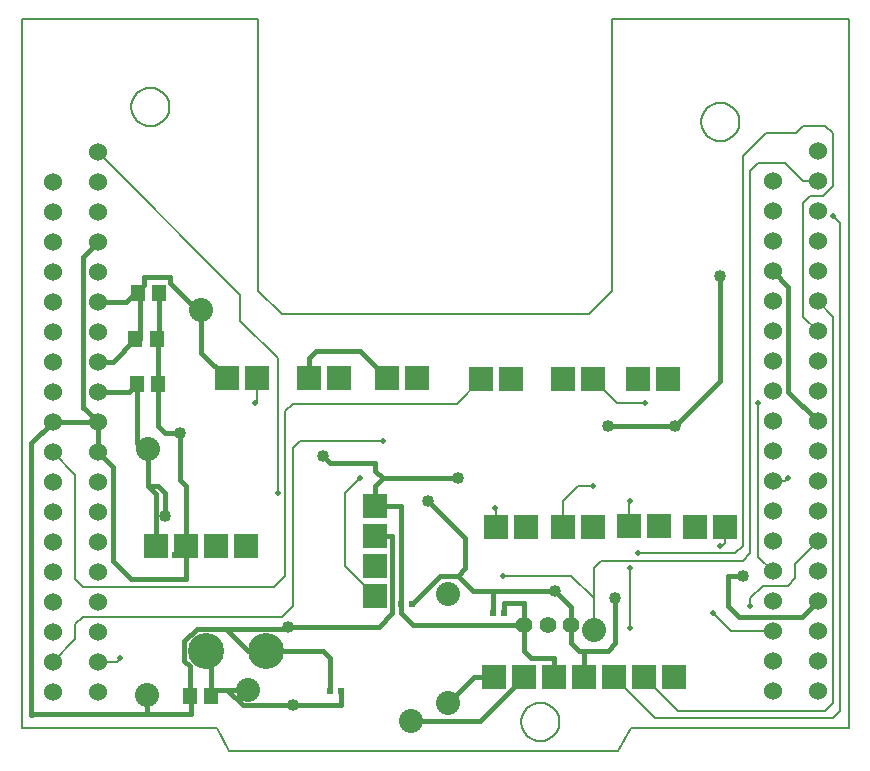
<source format=gbr>
G04 PROTEUS GERBER X2 FILE*
%TF.GenerationSoftware,Labcenter,Proteus,8.12-SP0-Build30713*%
%TF.CreationDate,2021-08-06T04:24:26+00:00*%
%TF.FileFunction,Copper,L2,Bot*%
%TF.FilePolarity,Positive*%
%TF.Part,Single*%
%TF.SameCoordinates,{793229e0-97f6-4af7-a571-5be770182b8e}*%
%FSLAX45Y45*%
%MOMM*%
G01*
%TA.AperFunction,Conductor*%
%ADD10C,0.381000*%
%ADD11C,0.203200*%
%TA.AperFunction,ViaPad*%
%ADD12C,1.016000*%
%ADD13C,0.508000*%
%TA.AperFunction,ComponentPad*%
%ADD15C,1.524000*%
%TA.AperFunction,ComponentPad*%
%ADD16C,2.032000*%
%TA.AperFunction,SMDPad,CuDef*%
%ADD25R,1.143000X1.447800*%
%TA.AperFunction,ComponentPad*%
%ADD17C,3.048000*%
%TA.AperFunction,ComponentPad*%
%ADD71R,2.032000X2.032000*%
%TA.AperFunction,SMDPad,CuDef*%
%ADD26R,0.609600X0.609600*%
%TA.AperFunction,WasherPad*%
%ADD23C,1.397000*%
%TA.AperFunction,Profile*%
%ADD24C,0.203200*%
%TD.AperFunction*%
D10*
X+2291905Y+192055D02*
X+2700000Y+192055D01*
X+2700000Y+310000D01*
X+2291905Y+192055D02*
X+1867945Y+192055D01*
X+1740000Y+320000D01*
X+1600000Y+270000D02*
X+1650000Y+320000D01*
X+1740000Y+320000D01*
X+1910000Y+320000D01*
X+1600000Y+270000D02*
X+1600000Y+507969D01*
X+1546939Y+561030D01*
X+1560000Y+650000D01*
X+1520000Y+3540000D02*
X+1520000Y+3176000D01*
X+1736000Y+2960000D01*
X+980000Y+3680000D02*
X+998101Y+3680000D01*
X+998101Y+3290000D01*
X+960000Y+3290000D01*
X+2430000Y+2960000D02*
X+2430000Y+3127000D01*
X+2493500Y+3190500D01*
X+2859500Y+3190500D01*
X+3090000Y+2960000D01*
X+980000Y+3680000D02*
X+922850Y+3646594D01*
X+882256Y+3606000D01*
X+769500Y+3606000D01*
X+980000Y+3680000D02*
X+1033587Y+3752390D01*
X+1037633Y+3756436D01*
X+1037633Y+3815735D01*
X+1042575Y+3820677D01*
X+1255065Y+3820677D01*
X+1255065Y+3766465D01*
X+1481530Y+3540000D01*
X+1520000Y+3540000D01*
X+960000Y+3290000D02*
X+768000Y+3098000D01*
X+641000Y+3098000D01*
X+769500Y+3606000D02*
X+641000Y+3606000D01*
X+1214000Y+1793500D02*
X+1214000Y+1984000D01*
X+1150500Y+2047500D01*
X+1070000Y+2047500D01*
X+1138000Y+1540000D02*
X+1138000Y+1979500D01*
X+1070000Y+2047500D01*
X+2992000Y+2238000D02*
X+2611000Y+2238000D01*
X+2547500Y+2301500D01*
X+1070000Y+2360000D02*
X+1070000Y+2047500D01*
X+3055500Y+2111000D02*
X+3690500Y+2111000D01*
X+2992000Y+2238000D02*
X+2992000Y+2174500D01*
X+3055500Y+2111000D01*
X+2992000Y+1880000D02*
X+2992000Y+2047500D01*
X+3055500Y+2111000D01*
X+3210000Y+1050000D02*
X+3210000Y+968000D01*
X+3308000Y+870000D01*
X+4250000Y+870000D01*
X+2992000Y+1880000D02*
X+3210000Y+1880000D01*
X+3210000Y+1050000D01*
X+4250000Y+870000D02*
X+4250000Y+650500D01*
X+4313500Y+587000D01*
X+4504000Y+587000D01*
X+4504000Y+430000D01*
X+4250000Y+870000D02*
X+4250000Y+1054090D01*
X+4080000Y+1054090D01*
X+4080000Y+970000D01*
X+970000Y+2910000D02*
X+970000Y+2415467D01*
X+1058993Y+2326474D01*
X+1070000Y+2360000D01*
X+970000Y+2910000D02*
X+904000Y+2844000D01*
X+641000Y+2844000D01*
X+4650000Y+870000D02*
X+4650000Y+714000D01*
X+4713500Y+650500D01*
X+4758000Y+650500D01*
X+5024000Y+1095000D02*
X+5024000Y+714000D01*
X+4960500Y+650500D01*
X+4758000Y+650500D01*
X+2992000Y+1626000D02*
X+3136560Y+1626000D01*
X+3136560Y+968000D01*
X+3019498Y+850938D01*
X+2252372Y+850938D01*
X+3690500Y+1285500D02*
X+3535500Y+1285500D01*
X+3300000Y+1050000D01*
X+4650000Y+870000D02*
X+4650000Y+1024500D01*
X+4516000Y+1158500D01*
X+4758000Y+650500D02*
X+4758000Y+430000D01*
X+2547500Y+650000D02*
X+2610000Y+587500D01*
X+2610000Y+310000D01*
X+3690500Y+1285500D02*
X+3754000Y+1349000D01*
X+4008000Y+1158500D02*
X+3817500Y+1158500D01*
X+3690500Y+1285500D01*
X+6484500Y+3444500D02*
X+6484500Y+2846500D01*
X+6737000Y+2594000D01*
X+641000Y+2590000D02*
X+522890Y+2708110D01*
X+515500Y+2708110D01*
X+515500Y+3988500D01*
X+641000Y+4114000D01*
X+2068000Y+650000D02*
X+2547500Y+650000D01*
X+1392000Y+1540000D02*
X+1392000Y+2047500D01*
X+1341000Y+2098500D01*
X+1341000Y+2492000D01*
X+5976500Y+1222000D02*
X+5976500Y+1031500D01*
X+6068810Y+939190D01*
X+6606190Y+939190D01*
X+6737000Y+1070000D01*
X+5532000Y+2555500D02*
X+5913000Y+2936500D01*
X+5913000Y+3825500D01*
X+1214000Y+2492000D02*
X+1341000Y+2492000D01*
X+6356000Y+3864000D02*
X+6484500Y+3735500D01*
X+6484500Y+3444500D01*
X+1150000Y+2910000D02*
X+1150000Y+2556000D01*
X+1214000Y+2492000D01*
X+1059999Y+120000D02*
X+1059999Y+279999D01*
X+1060000Y+280000D01*
X+4008000Y+1158500D02*
X+3990000Y+1140500D01*
X+3990000Y+970000D01*
X+5532000Y+2555500D02*
X+4960500Y+2555500D01*
X+260000Y+2590000D02*
X+515500Y+2590000D01*
X+641000Y+2590000D02*
X+641000Y+2336000D01*
X+641000Y+2590000D02*
X+515500Y+2590000D01*
X+5976500Y+1285500D02*
X+5976500Y+1222000D01*
X+6103500Y+1285500D02*
X+5976500Y+1285500D01*
X+4008000Y+1158500D02*
X+4516000Y+1158500D01*
X+3436500Y+1920500D02*
X+3754000Y+1603000D01*
X+3754000Y+1349000D01*
X+1060000Y+120000D02*
X+1059999Y+120000D01*
X+1420000Y+270000D02*
X+1430000Y+260000D01*
X+1430000Y+120000D01*
X+1060001Y+120000D01*
X+1060000Y+120000D02*
X+1060001Y+120000D01*
X+260000Y+2590000D02*
X+80000Y+2410000D01*
X+80000Y+109999D01*
X+122763Y+120000D01*
X+1059999Y+120000D01*
X+1420000Y+270000D02*
X+1420000Y+520000D01*
X+1370841Y+569159D01*
X+1370841Y+730846D01*
X+1479142Y+839147D01*
X+1728394Y+839147D01*
X+2252372Y+850938D02*
X+2240581Y+839147D01*
X+1728394Y+839147D01*
X+1873770Y+693770D01*
X+2068000Y+650000D02*
X+1915600Y+651941D01*
X+1873771Y+693770D01*
X+1873770Y+693770D02*
X+1873771Y+693770D01*
X+1140000Y+3290000D02*
X+1150000Y+3280000D01*
X+1150000Y+3030000D01*
X+1150000Y+2910000D02*
X+1150000Y+3030000D01*
X+1140000Y+3290000D02*
X+1160000Y+3310000D01*
X+1160000Y+3680000D01*
D11*
X+5913000Y+1539500D02*
X+5928600Y+1539500D01*
X+5954000Y+1564900D01*
X+5954000Y+1700000D01*
X+4008000Y+1857000D02*
X+4010000Y+1855000D01*
X+4010000Y+1700000D01*
X+4833500Y+2047500D02*
X+4706500Y+2047500D01*
X+4580000Y+1921000D01*
X+4580000Y+1700000D01*
X+5151000Y+1920500D02*
X+5140000Y+1909500D01*
X+5140000Y+1710000D01*
D10*
X+3290000Y+60000D02*
X+3881158Y+60000D01*
X+4250000Y+428842D01*
X+4250000Y+430000D01*
X+3610000Y+210000D02*
X+3830000Y+430000D01*
X+3996000Y+430000D01*
D11*
X+5849500Y+968000D02*
X+6001500Y+816000D01*
X+6356000Y+816000D01*
X+5266000Y+430000D02*
X+5553500Y+142500D01*
X+6802000Y+142500D01*
X+6865500Y+206000D01*
X+6865500Y+3481500D01*
X+6737000Y+3610000D01*
X+5151000Y+841000D02*
X+5151000Y+1349000D01*
X+6484500Y+2111000D02*
X+6484100Y+2111000D01*
X+6459100Y+2086000D01*
X+6356000Y+2086000D01*
X+6167000Y+1031500D02*
X+6167000Y+1095000D01*
X+6272810Y+1200810D01*
X+6484500Y+1200810D01*
X+6548000Y+1264310D01*
X+6548000Y+1389000D01*
X+6737000Y+1578000D01*
X+6230500Y+2746000D02*
X+6230500Y+1449500D01*
X+6356000Y+1324000D01*
X+4834000Y+2950000D02*
X+5038000Y+2746000D01*
X+5278000Y+2746000D01*
X+3890000Y+2950000D02*
X+3682273Y+2742273D01*
X+2293500Y+2742273D01*
X+2230000Y+2678773D01*
X+2230000Y+1285500D01*
X+2137500Y+1193000D01*
X+515500Y+1193000D01*
X+452000Y+1256500D01*
X+452000Y+2144000D01*
X+260000Y+2336000D01*
X+6865500Y+4333500D02*
X+6929000Y+4270000D01*
X+6929000Y+142500D01*
X+6865500Y+79000D01*
X+5363000Y+79000D01*
X+5012000Y+430000D01*
X+1976000Y+2746000D02*
X+1990000Y+2760000D01*
X+1990000Y+2960000D01*
X+833000Y+587000D02*
X+804000Y+558000D01*
X+641000Y+558000D01*
X+2166500Y+1984000D02*
X+2166500Y+3127000D01*
X+1849000Y+3444500D01*
X+1849000Y+3668000D01*
X+641000Y+4876000D01*
X+3055500Y+2428500D02*
X+2357000Y+2428500D01*
X+2293500Y+2365000D01*
X+2293500Y+1031500D01*
X+2201000Y+939000D01*
X+515500Y+939000D01*
X+452000Y+875500D01*
X+452000Y+750000D01*
X+260000Y+558000D01*
X+4840000Y+1095000D02*
X+4840000Y+1349000D01*
X+4903500Y+1412500D01*
X+6103500Y+1412500D01*
X+6167000Y+1476000D01*
X+6167000Y+4714500D01*
X+6230500Y+4778000D01*
X+6459500Y+4778000D01*
X+6611500Y+4626000D01*
X+6737000Y+4626000D01*
X+4071500Y+1285500D02*
X+4649500Y+1285500D01*
X+4840000Y+1095000D01*
X+4840000Y+830000D01*
X+2992000Y+1118000D02*
X+2738000Y+1372000D01*
X+2738000Y+1984000D01*
X+2865000Y+2111000D01*
X+5214500Y+1476000D02*
X+6040000Y+1476000D01*
X+6103500Y+1539500D01*
X+6103500Y+4841500D01*
X+6302000Y+5040000D01*
X+6556000Y+5040000D01*
X+6611500Y+5095500D01*
X+6802000Y+5095500D01*
X+6865500Y+5032000D01*
X+6865500Y+4587500D01*
X+6780810Y+4502810D01*
X+6675000Y+4502810D01*
X+6611500Y+4439310D01*
X+6611500Y+3481500D01*
X+6737000Y+3356000D01*
D10*
X+641000Y+2336000D02*
X+769500Y+2207500D01*
X+769500Y+1412500D01*
X+922000Y+1260000D01*
X+1392000Y+1260000D01*
X+1392000Y+1540000D01*
X+1210000Y+1460000D02*
X+1133525Y+1536475D01*
X+1120946Y+1536475D01*
X+1138000Y+1540000D01*
X+1300000Y+1460000D02*
X+1312000Y+1460000D01*
X+1392000Y+1540000D01*
D12*
X+2291905Y+192055D03*
X+2547500Y+2301500D03*
X+1214000Y+1793500D03*
X+3690500Y+2111000D03*
X+5024000Y+1095000D03*
X+5913000Y+3825500D03*
X+1341000Y+2492000D03*
X+4960500Y+2555500D03*
X+4516000Y+1158500D03*
X+3436500Y+1920500D03*
X+6103500Y+1285500D03*
X+5532000Y+2555500D03*
X+2252372Y+850938D03*
D13*
X+5913000Y+1539500D03*
X+4008000Y+1857000D03*
X+4833500Y+2047500D03*
X+5151000Y+1920500D03*
X+5849500Y+968000D03*
X+5151000Y+1349000D03*
X+5151000Y+841000D03*
X+6484500Y+2111000D03*
X+6167000Y+1031500D03*
X+6230500Y+2746000D03*
X+5278000Y+2746000D03*
X+6865500Y+4333500D03*
X+1976000Y+2746000D03*
X+833000Y+587000D03*
X+2166500Y+1984000D03*
X+3055500Y+2428500D03*
X+4071500Y+1285500D03*
X+2865000Y+2111000D03*
X+5214500Y+1476000D03*
D15*
X+641000Y+4876000D03*
X+260000Y+4622000D03*
X+641000Y+4622000D03*
X+260000Y+4368000D03*
X+641000Y+4368000D03*
X+260000Y+4114000D03*
X+641000Y+4114000D03*
X+260000Y+3860000D03*
X+641000Y+3860000D03*
X+260000Y+3606000D03*
X+641000Y+3606000D03*
X+260000Y+3352000D03*
X+641000Y+3352000D03*
X+260000Y+3098000D03*
X+641000Y+3098000D03*
X+260000Y+2844000D03*
X+641000Y+2844000D03*
X+260000Y+2590000D03*
X+641000Y+2590000D03*
X+260000Y+2336000D03*
X+641000Y+2336000D03*
X+260000Y+2082000D03*
X+641000Y+2082000D03*
X+260000Y+1828000D03*
X+641000Y+1828000D03*
X+260000Y+1574000D03*
X+641000Y+1574000D03*
X+260000Y+1320000D03*
X+641000Y+1320000D03*
X+260000Y+1066000D03*
X+641000Y+1066000D03*
X+260000Y+812000D03*
X+641000Y+812000D03*
X+260000Y+558000D03*
X+641000Y+558000D03*
X+260000Y+304000D03*
X+641000Y+304000D03*
X+6737000Y+4880000D03*
X+6356000Y+4626000D03*
X+6737000Y+4626000D03*
X+6356000Y+4372000D03*
X+6737000Y+4372000D03*
X+6356000Y+4118000D03*
X+6737000Y+4118000D03*
X+6356000Y+3864000D03*
X+6737000Y+3864000D03*
X+6356000Y+3610000D03*
X+6737000Y+3610000D03*
X+6356000Y+3356000D03*
X+6737000Y+3356000D03*
X+6356000Y+3102000D03*
X+6737000Y+3102000D03*
X+6356000Y+2848000D03*
X+6737000Y+2848000D03*
X+6356000Y+2594000D03*
X+6737000Y+2594000D03*
X+6356000Y+2340000D03*
X+6737000Y+2340000D03*
X+6356000Y+2086000D03*
X+6737000Y+2086000D03*
X+6356000Y+1832000D03*
X+6737000Y+1832000D03*
X+6356000Y+1578000D03*
X+6737000Y+1578000D03*
X+6356000Y+1324000D03*
X+6737000Y+1324000D03*
X+6356000Y+1070000D03*
X+6737000Y+1070000D03*
X+6356000Y+816000D03*
X+6737000Y+816000D03*
X+6356000Y+562000D03*
X+6737000Y+562000D03*
X+6356000Y+308000D03*
X+6737000Y+308000D03*
D16*
X+1060000Y+280000D03*
D25*
X+980000Y+3680000D03*
X+1160000Y+3680000D03*
X+960000Y+3290000D03*
X+1140000Y+3290000D03*
D16*
X+1520000Y+3540000D03*
D25*
X+970000Y+2910000D03*
X+1150000Y+2910000D03*
D16*
X+1070000Y+2360000D03*
D17*
X+1560000Y+650000D03*
X+2068000Y+650000D03*
D25*
X+1600000Y+270000D03*
X+1420000Y+270000D03*
D16*
X+1910000Y+320000D03*
X+3290000Y+60000D03*
X+3610000Y+210000D03*
D71*
X+5520000Y+430000D03*
X+5266000Y+430000D03*
X+5012000Y+430000D03*
X+4758000Y+430000D03*
X+4504000Y+430000D03*
X+4250000Y+430000D03*
X+3996000Y+430000D03*
X+2992000Y+1880000D03*
X+2992000Y+1626000D03*
X+2992000Y+1372000D03*
X+2992000Y+1118000D03*
D26*
X+3210000Y+1050000D03*
X+3300000Y+1050000D03*
D16*
X+3610000Y+1130000D03*
D71*
X+1138000Y+1540000D03*
X+1392000Y+1540000D03*
X+1646000Y+1540000D03*
X+1900000Y+1540000D03*
D26*
X+1210000Y+1460000D03*
X+1300000Y+1460000D03*
D71*
X+4010000Y+1700000D03*
X+4264000Y+1700000D03*
X+4580000Y+1700000D03*
X+4834000Y+1700000D03*
X+5140000Y+1710000D03*
X+5394000Y+1710000D03*
X+5700000Y+1700000D03*
X+5954000Y+1700000D03*
D23*
X+4250000Y+870000D03*
X+4450000Y+870000D03*
X+4650000Y+870000D03*
D26*
X+4080000Y+970000D03*
X+3990000Y+970000D03*
D16*
X+4840000Y+830000D03*
D26*
X+2700000Y+310000D03*
X+2610000Y+310000D03*
D71*
X+1736000Y+2960000D03*
X+1990000Y+2960000D03*
X+3890000Y+2950000D03*
X+4144000Y+2950000D03*
X+4580000Y+2950000D03*
X+4834000Y+2950000D03*
X+2430000Y+2960000D03*
X+2684000Y+2960000D03*
X+3090000Y+2960000D03*
X+3344000Y+2960000D03*
X+5220000Y+2950000D03*
X+5474000Y+2950000D03*
D24*
X+0Y+0D02*
X+1650000Y+0D01*
X+7000000Y+0D02*
X+7000000Y+6000000D01*
X+5000000Y+6000000D01*
X+5000000Y+3700000D01*
X+4800000Y+3500000D01*
X+2200000Y+3500000D01*
X+2000000Y+3700000D02*
X+2000000Y+6000000D01*
X+0Y+6000000D01*
X+0Y+0D01*
X+2000000Y+3700000D02*
X+2200000Y+3500000D01*
X+5160000Y+0D02*
X+7000000Y+0D01*
X+1750000Y-200000D02*
X+5050000Y-200000D01*
X+1650000Y+0D02*
X+1750000Y-200000D01*
X+5160000Y+0D02*
X+5050000Y-200000D01*
X+4550045Y+50000D02*
X+4549508Y+63142D01*
X+4545144Y+89427D01*
X+4536029Y+115712D01*
X+4521182Y+141997D01*
X+4498470Y+168118D01*
X+4472185Y+187898D01*
X+4445900Y+200658D01*
X+4419615Y+208108D01*
X+4393330Y+210987D01*
X+4389000Y+211045D01*
X+4227955Y+50000D02*
X+4228492Y+63142D01*
X+4232856Y+89427D01*
X+4241971Y+115712D01*
X+4256818Y+141997D01*
X+4279530Y+168118D01*
X+4305815Y+187898D01*
X+4332100Y+200658D01*
X+4358385Y+208108D01*
X+4384670Y+210987D01*
X+4389000Y+211045D01*
X+4227955Y+50000D02*
X+4228492Y+36858D01*
X+4232856Y+10573D01*
X+4241971Y-15712D01*
X+4256818Y-41997D01*
X+4279530Y-68118D01*
X+4305815Y-87898D01*
X+4332100Y-100658D01*
X+4358385Y-108108D01*
X+4384670Y-110987D01*
X+4389000Y-111045D01*
X+4550045Y+50000D02*
X+4549508Y+36858D01*
X+4545144Y+10573D01*
X+4536029Y-15712D01*
X+4521182Y-41997D01*
X+4498470Y-68118D01*
X+4472185Y-87898D01*
X+4445900Y-100658D01*
X+4419615Y-108108D01*
X+4393330Y-110987D01*
X+4389000Y-111045D01*
X+6074045Y+5130000D02*
X+6073508Y+5143142D01*
X+6069144Y+5169427D01*
X+6060029Y+5195712D01*
X+6045182Y+5221997D01*
X+6022470Y+5248118D01*
X+5996185Y+5267898D01*
X+5969900Y+5280658D01*
X+5943615Y+5288108D01*
X+5917330Y+5290987D01*
X+5913000Y+5291045D01*
X+5751955Y+5130000D02*
X+5752492Y+5143142D01*
X+5756856Y+5169427D01*
X+5765971Y+5195712D01*
X+5780818Y+5221997D01*
X+5803530Y+5248118D01*
X+5829815Y+5267898D01*
X+5856100Y+5280658D01*
X+5882385Y+5288108D01*
X+5908670Y+5290987D01*
X+5913000Y+5291045D01*
X+5751955Y+5130000D02*
X+5752492Y+5116858D01*
X+5756856Y+5090573D01*
X+5765971Y+5064288D01*
X+5780818Y+5038003D01*
X+5803530Y+5011882D01*
X+5829815Y+4992102D01*
X+5856100Y+4979342D01*
X+5882385Y+4971892D01*
X+5908670Y+4969013D01*
X+5913000Y+4968955D01*
X+6074045Y+5130000D02*
X+6073508Y+5116858D01*
X+6069144Y+5090573D01*
X+6060029Y+5064288D01*
X+6045182Y+5038003D01*
X+6022470Y+5011882D01*
X+5996185Y+4992102D01*
X+5969900Y+4979342D01*
X+5943615Y+4971892D01*
X+5917330Y+4969013D01*
X+5913000Y+4968955D01*
X+1248045Y+5257000D02*
X+1247508Y+5270142D01*
X+1243144Y+5296427D01*
X+1234029Y+5322712D01*
X+1219182Y+5348997D01*
X+1196470Y+5375118D01*
X+1170185Y+5394898D01*
X+1143900Y+5407658D01*
X+1117615Y+5415108D01*
X+1091330Y+5417987D01*
X+1087000Y+5418045D01*
X+925955Y+5257000D02*
X+926492Y+5270142D01*
X+930856Y+5296427D01*
X+939971Y+5322712D01*
X+954818Y+5348997D01*
X+977530Y+5375118D01*
X+1003815Y+5394898D01*
X+1030100Y+5407658D01*
X+1056385Y+5415108D01*
X+1082670Y+5417987D01*
X+1087000Y+5418045D01*
X+925955Y+5257000D02*
X+926492Y+5243858D01*
X+930856Y+5217573D01*
X+939971Y+5191288D01*
X+954818Y+5165003D01*
X+977530Y+5138882D01*
X+1003815Y+5119102D01*
X+1030100Y+5106342D01*
X+1056385Y+5098892D01*
X+1082670Y+5096013D01*
X+1087000Y+5095955D01*
X+1248045Y+5257000D02*
X+1247508Y+5243858D01*
X+1243144Y+5217573D01*
X+1234029Y+5191288D01*
X+1219182Y+5165003D01*
X+1196470Y+5138882D01*
X+1170185Y+5119102D01*
X+1143900Y+5106342D01*
X+1117615Y+5098892D01*
X+1091330Y+5096013D01*
X+1087000Y+5095955D01*
M02*

</source>
